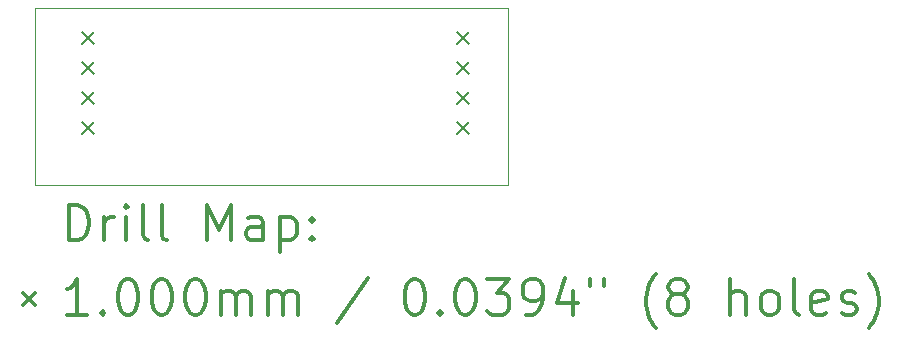
<source format=gbr>
%FSLAX45Y45*%
G04 Gerber Fmt 4.5, Leading zero omitted, Abs format (unit mm)*
G04 Created by KiCad (PCBNEW (5.1.12)-1) date 2023-02-16 22:19:36*
%MOMM*%
%LPD*%
G01*
G04 APERTURE LIST*
%TA.AperFunction,Profile*%
%ADD10C,0.050000*%
%TD*%
%ADD11C,0.200000*%
%ADD12C,0.300000*%
G04 APERTURE END LIST*
D10*
X9970000Y-12319000D02*
X9970000Y-13819000D01*
X9970000Y-13819000D02*
X13970000Y-13819000D01*
X13970000Y-12319000D02*
X9970000Y-12319000D01*
X13970000Y-13819000D02*
X13970000Y-12319000D01*
D11*
X10364000Y-12523000D02*
X10464000Y-12623000D01*
X10464000Y-12523000D02*
X10364000Y-12623000D01*
X10364000Y-12777000D02*
X10464000Y-12877000D01*
X10464000Y-12777000D02*
X10364000Y-12877000D01*
X10364000Y-13031000D02*
X10464000Y-13131000D01*
X10464000Y-13031000D02*
X10364000Y-13131000D01*
X10364000Y-13285000D02*
X10464000Y-13385000D01*
X10464000Y-13285000D02*
X10364000Y-13385000D01*
X13539000Y-12523000D02*
X13639000Y-12623000D01*
X13639000Y-12523000D02*
X13539000Y-12623000D01*
X13539000Y-12777000D02*
X13639000Y-12877000D01*
X13639000Y-12777000D02*
X13539000Y-12877000D01*
X13539000Y-13031000D02*
X13639000Y-13131000D01*
X13639000Y-13031000D02*
X13539000Y-13131000D01*
X13539000Y-13285000D02*
X13639000Y-13385000D01*
X13639000Y-13285000D02*
X13539000Y-13385000D01*
D12*
X10253928Y-14287214D02*
X10253928Y-13987214D01*
X10325357Y-13987214D01*
X10368214Y-14001500D01*
X10396786Y-14030071D01*
X10411071Y-14058643D01*
X10425357Y-14115786D01*
X10425357Y-14158643D01*
X10411071Y-14215786D01*
X10396786Y-14244357D01*
X10368214Y-14272929D01*
X10325357Y-14287214D01*
X10253928Y-14287214D01*
X10553928Y-14287214D02*
X10553928Y-14087214D01*
X10553928Y-14144357D02*
X10568214Y-14115786D01*
X10582500Y-14101500D01*
X10611071Y-14087214D01*
X10639643Y-14087214D01*
X10739643Y-14287214D02*
X10739643Y-14087214D01*
X10739643Y-13987214D02*
X10725357Y-14001500D01*
X10739643Y-14015786D01*
X10753928Y-14001500D01*
X10739643Y-13987214D01*
X10739643Y-14015786D01*
X10925357Y-14287214D02*
X10896786Y-14272929D01*
X10882500Y-14244357D01*
X10882500Y-13987214D01*
X11082500Y-14287214D02*
X11053928Y-14272929D01*
X11039643Y-14244357D01*
X11039643Y-13987214D01*
X11425357Y-14287214D02*
X11425357Y-13987214D01*
X11525357Y-14201500D01*
X11625357Y-13987214D01*
X11625357Y-14287214D01*
X11896786Y-14287214D02*
X11896786Y-14130071D01*
X11882500Y-14101500D01*
X11853928Y-14087214D01*
X11796786Y-14087214D01*
X11768214Y-14101500D01*
X11896786Y-14272929D02*
X11868214Y-14287214D01*
X11796786Y-14287214D01*
X11768214Y-14272929D01*
X11753928Y-14244357D01*
X11753928Y-14215786D01*
X11768214Y-14187214D01*
X11796786Y-14172929D01*
X11868214Y-14172929D01*
X11896786Y-14158643D01*
X12039643Y-14087214D02*
X12039643Y-14387214D01*
X12039643Y-14101500D02*
X12068214Y-14087214D01*
X12125357Y-14087214D01*
X12153928Y-14101500D01*
X12168214Y-14115786D01*
X12182500Y-14144357D01*
X12182500Y-14230071D01*
X12168214Y-14258643D01*
X12153928Y-14272929D01*
X12125357Y-14287214D01*
X12068214Y-14287214D01*
X12039643Y-14272929D01*
X12311071Y-14258643D02*
X12325357Y-14272929D01*
X12311071Y-14287214D01*
X12296786Y-14272929D01*
X12311071Y-14258643D01*
X12311071Y-14287214D01*
X12311071Y-14101500D02*
X12325357Y-14115786D01*
X12311071Y-14130071D01*
X12296786Y-14115786D01*
X12311071Y-14101500D01*
X12311071Y-14130071D01*
X9867500Y-14731500D02*
X9967500Y-14831500D01*
X9967500Y-14731500D02*
X9867500Y-14831500D01*
X10411071Y-14917214D02*
X10239643Y-14917214D01*
X10325357Y-14917214D02*
X10325357Y-14617214D01*
X10296786Y-14660071D01*
X10268214Y-14688643D01*
X10239643Y-14702929D01*
X10539643Y-14888643D02*
X10553928Y-14902929D01*
X10539643Y-14917214D01*
X10525357Y-14902929D01*
X10539643Y-14888643D01*
X10539643Y-14917214D01*
X10739643Y-14617214D02*
X10768214Y-14617214D01*
X10796786Y-14631500D01*
X10811071Y-14645786D01*
X10825357Y-14674357D01*
X10839643Y-14731500D01*
X10839643Y-14802929D01*
X10825357Y-14860071D01*
X10811071Y-14888643D01*
X10796786Y-14902929D01*
X10768214Y-14917214D01*
X10739643Y-14917214D01*
X10711071Y-14902929D01*
X10696786Y-14888643D01*
X10682500Y-14860071D01*
X10668214Y-14802929D01*
X10668214Y-14731500D01*
X10682500Y-14674357D01*
X10696786Y-14645786D01*
X10711071Y-14631500D01*
X10739643Y-14617214D01*
X11025357Y-14617214D02*
X11053928Y-14617214D01*
X11082500Y-14631500D01*
X11096786Y-14645786D01*
X11111071Y-14674357D01*
X11125357Y-14731500D01*
X11125357Y-14802929D01*
X11111071Y-14860071D01*
X11096786Y-14888643D01*
X11082500Y-14902929D01*
X11053928Y-14917214D01*
X11025357Y-14917214D01*
X10996786Y-14902929D01*
X10982500Y-14888643D01*
X10968214Y-14860071D01*
X10953928Y-14802929D01*
X10953928Y-14731500D01*
X10968214Y-14674357D01*
X10982500Y-14645786D01*
X10996786Y-14631500D01*
X11025357Y-14617214D01*
X11311071Y-14617214D02*
X11339643Y-14617214D01*
X11368214Y-14631500D01*
X11382500Y-14645786D01*
X11396786Y-14674357D01*
X11411071Y-14731500D01*
X11411071Y-14802929D01*
X11396786Y-14860071D01*
X11382500Y-14888643D01*
X11368214Y-14902929D01*
X11339643Y-14917214D01*
X11311071Y-14917214D01*
X11282500Y-14902929D01*
X11268214Y-14888643D01*
X11253928Y-14860071D01*
X11239643Y-14802929D01*
X11239643Y-14731500D01*
X11253928Y-14674357D01*
X11268214Y-14645786D01*
X11282500Y-14631500D01*
X11311071Y-14617214D01*
X11539643Y-14917214D02*
X11539643Y-14717214D01*
X11539643Y-14745786D02*
X11553928Y-14731500D01*
X11582500Y-14717214D01*
X11625357Y-14717214D01*
X11653928Y-14731500D01*
X11668214Y-14760071D01*
X11668214Y-14917214D01*
X11668214Y-14760071D02*
X11682500Y-14731500D01*
X11711071Y-14717214D01*
X11753928Y-14717214D01*
X11782500Y-14731500D01*
X11796786Y-14760071D01*
X11796786Y-14917214D01*
X11939643Y-14917214D02*
X11939643Y-14717214D01*
X11939643Y-14745786D02*
X11953928Y-14731500D01*
X11982500Y-14717214D01*
X12025357Y-14717214D01*
X12053928Y-14731500D01*
X12068214Y-14760071D01*
X12068214Y-14917214D01*
X12068214Y-14760071D02*
X12082500Y-14731500D01*
X12111071Y-14717214D01*
X12153928Y-14717214D01*
X12182500Y-14731500D01*
X12196786Y-14760071D01*
X12196786Y-14917214D01*
X12782500Y-14602929D02*
X12525357Y-14988643D01*
X13168214Y-14617214D02*
X13196786Y-14617214D01*
X13225357Y-14631500D01*
X13239643Y-14645786D01*
X13253928Y-14674357D01*
X13268214Y-14731500D01*
X13268214Y-14802929D01*
X13253928Y-14860071D01*
X13239643Y-14888643D01*
X13225357Y-14902929D01*
X13196786Y-14917214D01*
X13168214Y-14917214D01*
X13139643Y-14902929D01*
X13125357Y-14888643D01*
X13111071Y-14860071D01*
X13096786Y-14802929D01*
X13096786Y-14731500D01*
X13111071Y-14674357D01*
X13125357Y-14645786D01*
X13139643Y-14631500D01*
X13168214Y-14617214D01*
X13396786Y-14888643D02*
X13411071Y-14902929D01*
X13396786Y-14917214D01*
X13382500Y-14902929D01*
X13396786Y-14888643D01*
X13396786Y-14917214D01*
X13596786Y-14617214D02*
X13625357Y-14617214D01*
X13653928Y-14631500D01*
X13668214Y-14645786D01*
X13682500Y-14674357D01*
X13696786Y-14731500D01*
X13696786Y-14802929D01*
X13682500Y-14860071D01*
X13668214Y-14888643D01*
X13653928Y-14902929D01*
X13625357Y-14917214D01*
X13596786Y-14917214D01*
X13568214Y-14902929D01*
X13553928Y-14888643D01*
X13539643Y-14860071D01*
X13525357Y-14802929D01*
X13525357Y-14731500D01*
X13539643Y-14674357D01*
X13553928Y-14645786D01*
X13568214Y-14631500D01*
X13596786Y-14617214D01*
X13796786Y-14617214D02*
X13982500Y-14617214D01*
X13882500Y-14731500D01*
X13925357Y-14731500D01*
X13953928Y-14745786D01*
X13968214Y-14760071D01*
X13982500Y-14788643D01*
X13982500Y-14860071D01*
X13968214Y-14888643D01*
X13953928Y-14902929D01*
X13925357Y-14917214D01*
X13839643Y-14917214D01*
X13811071Y-14902929D01*
X13796786Y-14888643D01*
X14125357Y-14917214D02*
X14182500Y-14917214D01*
X14211071Y-14902929D01*
X14225357Y-14888643D01*
X14253928Y-14845786D01*
X14268214Y-14788643D01*
X14268214Y-14674357D01*
X14253928Y-14645786D01*
X14239643Y-14631500D01*
X14211071Y-14617214D01*
X14153928Y-14617214D01*
X14125357Y-14631500D01*
X14111071Y-14645786D01*
X14096786Y-14674357D01*
X14096786Y-14745786D01*
X14111071Y-14774357D01*
X14125357Y-14788643D01*
X14153928Y-14802929D01*
X14211071Y-14802929D01*
X14239643Y-14788643D01*
X14253928Y-14774357D01*
X14268214Y-14745786D01*
X14525357Y-14717214D02*
X14525357Y-14917214D01*
X14453928Y-14602929D02*
X14382500Y-14817214D01*
X14568214Y-14817214D01*
X14668214Y-14617214D02*
X14668214Y-14674357D01*
X14782500Y-14617214D02*
X14782500Y-14674357D01*
X15225357Y-15031500D02*
X15211071Y-15017214D01*
X15182500Y-14974357D01*
X15168214Y-14945786D01*
X15153928Y-14902929D01*
X15139643Y-14831500D01*
X15139643Y-14774357D01*
X15153928Y-14702929D01*
X15168214Y-14660071D01*
X15182500Y-14631500D01*
X15211071Y-14588643D01*
X15225357Y-14574357D01*
X15382500Y-14745786D02*
X15353928Y-14731500D01*
X15339643Y-14717214D01*
X15325357Y-14688643D01*
X15325357Y-14674357D01*
X15339643Y-14645786D01*
X15353928Y-14631500D01*
X15382500Y-14617214D01*
X15439643Y-14617214D01*
X15468214Y-14631500D01*
X15482500Y-14645786D01*
X15496786Y-14674357D01*
X15496786Y-14688643D01*
X15482500Y-14717214D01*
X15468214Y-14731500D01*
X15439643Y-14745786D01*
X15382500Y-14745786D01*
X15353928Y-14760071D01*
X15339643Y-14774357D01*
X15325357Y-14802929D01*
X15325357Y-14860071D01*
X15339643Y-14888643D01*
X15353928Y-14902929D01*
X15382500Y-14917214D01*
X15439643Y-14917214D01*
X15468214Y-14902929D01*
X15482500Y-14888643D01*
X15496786Y-14860071D01*
X15496786Y-14802929D01*
X15482500Y-14774357D01*
X15468214Y-14760071D01*
X15439643Y-14745786D01*
X15853928Y-14917214D02*
X15853928Y-14617214D01*
X15982500Y-14917214D02*
X15982500Y-14760071D01*
X15968214Y-14731500D01*
X15939643Y-14717214D01*
X15896786Y-14717214D01*
X15868214Y-14731500D01*
X15853928Y-14745786D01*
X16168214Y-14917214D02*
X16139643Y-14902929D01*
X16125357Y-14888643D01*
X16111071Y-14860071D01*
X16111071Y-14774357D01*
X16125357Y-14745786D01*
X16139643Y-14731500D01*
X16168214Y-14717214D01*
X16211071Y-14717214D01*
X16239643Y-14731500D01*
X16253928Y-14745786D01*
X16268214Y-14774357D01*
X16268214Y-14860071D01*
X16253928Y-14888643D01*
X16239643Y-14902929D01*
X16211071Y-14917214D01*
X16168214Y-14917214D01*
X16439643Y-14917214D02*
X16411071Y-14902929D01*
X16396786Y-14874357D01*
X16396786Y-14617214D01*
X16668214Y-14902929D02*
X16639643Y-14917214D01*
X16582500Y-14917214D01*
X16553928Y-14902929D01*
X16539643Y-14874357D01*
X16539643Y-14760071D01*
X16553928Y-14731500D01*
X16582500Y-14717214D01*
X16639643Y-14717214D01*
X16668214Y-14731500D01*
X16682500Y-14760071D01*
X16682500Y-14788643D01*
X16539643Y-14817214D01*
X16796786Y-14902929D02*
X16825357Y-14917214D01*
X16882500Y-14917214D01*
X16911071Y-14902929D01*
X16925357Y-14874357D01*
X16925357Y-14860071D01*
X16911071Y-14831500D01*
X16882500Y-14817214D01*
X16839643Y-14817214D01*
X16811071Y-14802929D01*
X16796786Y-14774357D01*
X16796786Y-14760071D01*
X16811071Y-14731500D01*
X16839643Y-14717214D01*
X16882500Y-14717214D01*
X16911071Y-14731500D01*
X17025357Y-15031500D02*
X17039643Y-15017214D01*
X17068214Y-14974357D01*
X17082500Y-14945786D01*
X17096786Y-14902929D01*
X17111071Y-14831500D01*
X17111071Y-14774357D01*
X17096786Y-14702929D01*
X17082500Y-14660071D01*
X17068214Y-14631500D01*
X17039643Y-14588643D01*
X17025357Y-14574357D01*
M02*

</source>
